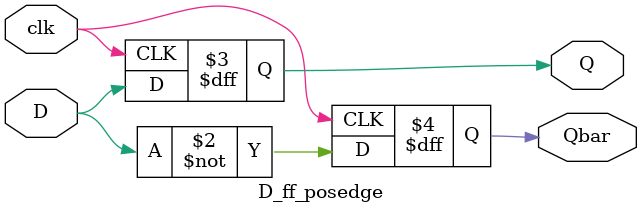
<source format=v>
`timescale 1ns / 1ps
module D_ff_posedge(clk,D,Q,Qbar);
	input clk,D;
	output reg Q,Qbar;
	always@(posedge clk)
	begin	
		/*if(D==0)
		begin	
			Q <= 0;
			Qbar <= 1;
		end
		else
		begin	
			Q <= 1;
			Qbar <= 0;
		end*/
		Q <= D;
		Qbar <= ~D;
	end
endmodule

</source>
